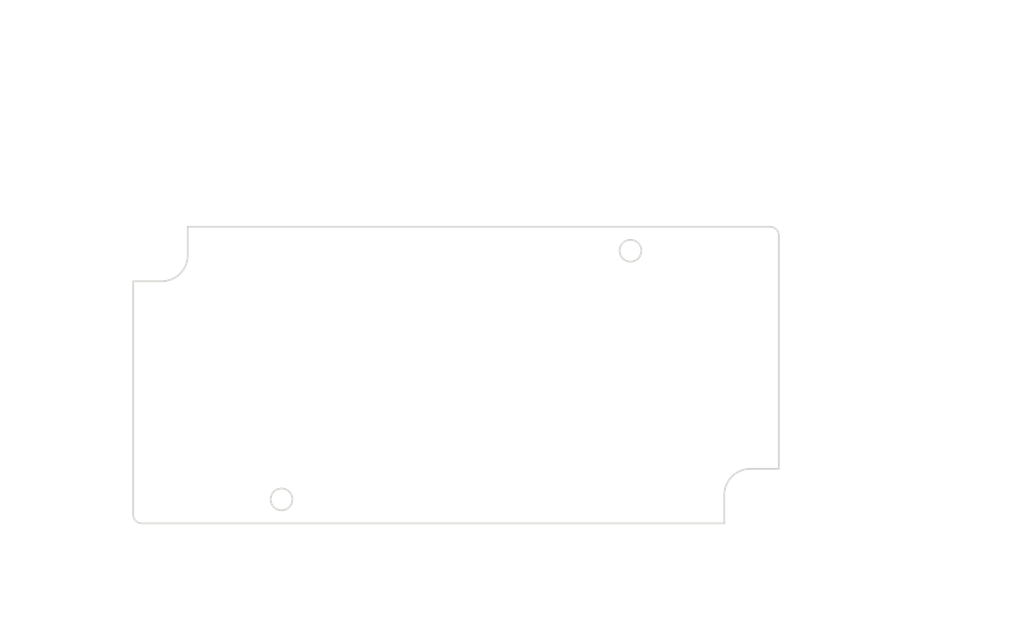
<source format=kicad_pcb>
(kicad_pcb (version 20221018) (generator pcbnew)

  (general
    (thickness 1.6)
  )

  (paper "A4")
  (layers
    (0 "F.Cu" signal)
    (31 "B.Cu" signal)
    (32 "B.Adhes" user "B.Adhesive")
    (33 "F.Adhes" user "F.Adhesive")
    (34 "B.Paste" user)
    (35 "F.Paste" user)
    (36 "B.SilkS" user "B.Silkscreen")
    (37 "F.SilkS" user "F.Silkscreen")
    (38 "B.Mask" user)
    (39 "F.Mask" user)
    (40 "Dwgs.User" user "User.Drawings")
    (41 "Cmts.User" user "User.Comments")
    (42 "Eco1.User" user "User.Eco1")
    (43 "Eco2.User" user "User.Eco2")
    (44 "Edge.Cuts" user)
    (45 "Margin" user)
    (46 "B.CrtYd" user "B.Courtyard")
    (47 "F.CrtYd" user "F.Courtyard")
    (48 "B.Fab" user)
    (49 "F.Fab" user)
  )

  (setup
    (pad_to_mask_clearance 0.051)
    (solder_mask_min_width 0.25)
    (pcbplotparams
      (layerselection 0x00010fc_ffffffff)
      (plot_on_all_layers_selection 0x0000000_00000000)
      (disableapertmacros false)
      (usegerberextensions false)
      (usegerberattributes false)
      (usegerberadvancedattributes false)
      (creategerberjobfile false)
      (dashed_line_dash_ratio 12.000000)
      (dashed_line_gap_ratio 3.000000)
      (svgprecision 4)
      (plotframeref false)
      (viasonmask false)
      (mode 1)
      (useauxorigin false)
      (hpglpennumber 1)
      (hpglpenspeed 20)
      (hpglpendiameter 15.000000)
      (dxfpolygonmode true)
      (dxfimperialunits true)
      (dxfusepcbnewfont true)
      (psnegative false)
      (psa4output false)
      (plotreference true)
      (plotvalue true)
      (plotinvisibletext false)
      (sketchpadsonfab false)
      (subtractmaskfromsilk false)
      (outputformat 1)
      (mirror false)
      (drillshape 1)
      (scaleselection 1)
      (outputdirectory "")
    )
  )

  (net 0 "")

  (gr_line (start 188.522629 93.198606) (end 188.522629 99.170939)
    (stroke (width 0.2) (type solid)) (layer "Dwgs.User") (tstamp 0e156bb3-1b76-4a19-93e8-b93d58bf76e2))
  (gr_line (start 92.822012 117.698606) (end 92.822012 106.506041)
    (stroke (width 0.2) (type solid)) (layer "Dwgs.User") (tstamp 13c71eb3-efa9-4ee0-83e5-a060c27eb36d))
  (gr_line (start 160.822012 90.198606) (end 160.822012 80.661986)
    (stroke (width 0.2) (type solid)) (layer "Dwgs.User") (tstamp 156c556e-1b7e-4a1c-976f-6a4a010651ff))
  (gr_line (start 201.918876 120.448606) (end 201.918876 109.873682)
    (stroke (width 0.2) (type solid)) (layer "Dwgs.User") (tstamp 17020560-aa0f-4d3f-9e9a-2c5a7d517902))
  (gr_line (start 177.822012 88.448606) (end 191.697629 88.448606)
    (stroke (width 0.2) (type solid)) (layer "Dwgs.User") (tstamp 1e1e508d-3fd4-4021-a052-8c8c8efed6aa))
  (gr_line (start 120.822012 120.698606) (end 120.822012 134.599566)
    (stroke (width 0.2) (type solid)) (layer "Dwgs.User") (tstamp 23293bee-5b34-4326-b4fc-dad1560c306d))
  (gr_line (start 177.822012 88.448606) (end 177.822012 62.557379)
    (stroke (width 0.2) (type solid)) (layer "Dwgs.User") (tstamp 24f58d98-70ea-4f4d-a446-94607e740c38))
  (gr_line (start 201.918876 90.448606) (end 201.918876 102.757651)
    (stroke (width 0.2) (type solid)) (layer "Dwgs.User") (tstamp 2a909a2d-1d2d-4825-afa2-cc0925132c53))
  (gr_line (start 172.572012 122.448606) (end 205.093876 122.448606)
    (stroke (width 0.2) (type solid)) (layer "Dwgs.User") (tstamp 2ec6f724-3702-400e-9e6b-a036f2656bb5))
  (gr_line (start 177.822012 88.448606) (end 177.822012 69.273606)
    (stroke (width 0.2) (type solid)) (layer "Dwgs.User") (tstamp 3518ff41-95ed-4e9b-8a10-061ce44a7f18))
  (gr_line (start 175.822012 72.448606) (end 133.2509 72.448606)
    (stroke (width 0.2) (type solid)) (layer "Dwgs.User") (tstamp 380c8f09-c2ab-4117-bc2c-4015e992f35b))
  (gr_line (start 188.522629 99.170939) (end 186.522629 99.170939)
    (stroke (width 0.2) (type solid)) (layer "Dwgs.User") (tstamp 38293221-2edb-499d-abc4-c5344b4b7d7a))
  (gr_line (start 177.822012 88.448606) (end 196.499546 88.448606)
    (stroke (width 0.2) (type solid)) (layer "Dwgs.User") (tstamp 3e273f60-1393-4c82-9ee2-2f0a5243af29))
  (gr_line (start 177.822012 88.448606) (end 177.822012 80.661986)
    (stroke (width 0.2) (type solid)) (layer "Dwgs.User") (tstamp 3ef172ea-693b-4e5f-bdfd-c6a22267415e))
  (gr_line (start 188.522629 86.448606) (end 188.522629 84.448606)
    (stroke (width 0.2) (type solid)) (layer "Dwgs.User") (tstamp 435c5896-92e5-4807-bb7e-4ea8991bad96))
  (gr_line (start 114.720396 95.833308) (end 112.720396 95.833308)
    (stroke (width 0.2) (type solid)) (layer "Dwgs.User") (tstamp 495c6fdf-877e-402c-a802-67e6c61ee43b))
  (gr_line (start 103.822012 93.698606) (end 103.822012 62.557379)
    (stroke (width 0.2) (type solid)) (layer "Dwgs.User") (tstamp 54adb8ae-15da-4a7e-a7e0-84e2d092a907))
  (gr_line (start 92.822012 93.198606) (end 92.822012 99.391171)
    (stroke (width 0.2) (type solid)) (layer "Dwgs.User") (tstamp 5e37e775-163f-4f49-a0cf-c8628f5717d3))
  (gr_line (start 158.822012 131.424566) (end 146.429231 131.424566)
    (stroke (width 0.2) (type solid)) (layer "Dwgs.User") (tstamp 5f0d962b-f287-4147-abf2-25cf204693c3))
  (gr_line (start 177.822012 88.448606) (end 205.093876 88.448606)
    (stroke (width 0.2) (type solid)) (layer "Dwgs.User") (tstamp 62edae82-19cf-4414-a2c7-dff620a76c4d))
  (gr_line (start 112.072012 72.448606) (end 125.143124 72.448606)
    (stroke (width 0.2) (type solid)) (layer "Dwgs.User") (tstamp 6e7cd2d9-9da5-4da0-8bb5-a07e22e9dd78))
  (gr_line (start 105.822012 65.732379) (end 151.527401 65.732379)
    (stroke (width 0.2) (type solid)) (layer "Dwgs.User") (tstamp 70b600bb-fb9f-44a2-87b9-657c4da5119c))
  (gr_line (start 112.720396 95.833308) (end 111.106572 94.651964)
    (stroke (width 0.2) (type solid)) (layer "Dwgs.User") (tstamp 81b600f4-1818-4542-b23b-6b3568ad14c9))
  (gr_line (start 160.822012 92.198606) (end 160.822012 134.599566)
    (stroke (width 0.2) (type solid)) (layer "Dwgs.User") (tstamp 8584b4ab-15fc-4e16-89bf-15fe311649af))
  (gr_line (start 193.324546 90.448606) (end 193.324546 96.266171)
    (stroke (width 0.2) (type solid)) (layer "Dwgs.User") (tstamp 8f0d924b-4fd1-42eb-a763-30e2ea037106))
  (gr_line (start 193.324546 114.198606) (end 193.324546 103.381041)
    (stroke (width 0.2) (type solid)) (layer "Dwgs.User") (tstamp 9b5089bb-feab-4bcf-8cd6-e087628a6b3c))
  (gr_line (start 97.525669 126.517473) (end 99.525669 126.517473)
    (stroke (width 0.2) (type solid)) (layer "Dwgs.User") (tstamp a4a3b8cd-c379-47eb-a340-830ee2af24cc))
  (gr_line (start 175.822012 83.836986) (end 173.366623 83.836986)
    (stroke (width 0.2) (type solid)) (layer "Dwgs.User") (tstamp b6e04b28-f3e3-4665-919f-32fbb975f7ec))
  (gr_line (start 110.072012 87.448606) (end 110.072012 69.273606)
    (stroke (width 0.2) (type solid)) (layer "Dwgs.User") (tstamp baeb1296-d1ed-42fb-b2df-42d153d46418))
  (gr_line (start 178.822012 116.198606) (end 196.499546 116.198606)
    (stroke (width 0.2) (type solid)) (layer "Dwgs.User") (tstamp c7dca59d-bff0-4d6c-9372-cda491bc4710))
  (gr_line (start 159.822012 91.198606) (end 89.647012 91.198606)
    (stroke (width 0.2) (type solid)) (layer "Dwgs.User") (tstamp d50be9fb-4af3-46e0-8764-e2be99809e4f))
  (gr_line (start 162.822012 83.836986) (end 165.277401 83.836986)
    (stroke (width 0.2) (type solid)) (layer "Dwgs.User") (tstamp d715e895-b4c8-4f2a-97bb-f8c3d427805d))
  (gr_line (start 122.822012 131.424566) (end 138.340009 131.424566)
    (stroke (width 0.2) (type solid)) (layer "Dwgs.User") (tstamp d7a1e03e-8446-4484-b0d5-9ef3fea75068))
  (gr_line (start 99.525669 126.517473) (end 102.654659 123.522872)
    (stroke (width 0.2) (type solid)) (layer "Dwgs.User") (tstamp e2cfebef-8171-416e-aabf-6d15a6aa2688))
  (gr_line (start 175.822012 65.732379) (end 159.616623 65.732379)
    (stroke (width 0.2) (type solid)) (layer "Dwgs.User") (tstamp e515ea82-236a-4bd9-a6ed-57505b6088e4))
  (gr_line (start 161.822012 91.198606) (end 191.697629 91.198606)
    (stroke (width 0.2) (type solid)) (layer "Dwgs.User") (tstamp e5f8d34c-a67d-4be6-8dc3-cc5110be59d3))
  (gr_line (start 119.822012 119.698606) (end 89.647012 119.698606)
    (stroke (width 0.2) (type solid)) (layer "Dwgs.User") (tstamp f8883a3d-4519-4354-b2fb-814938c37af0))
  (gr_line (start 110.072012 91.698606) (end 110.072012 88.448606)
    (stroke (width 0.2) (type solid)) (layer "Edge.Cuts") (tstamp 06373fe5-6957-49c9-9483-98c0ab78dbca))
  (gr_line (start 103.822012 121.448606) (end 103.822012 94.698606)
    (stroke (width 0.2) (type solid)) (layer "Edge.Cuts") (tstamp 1884c4d8-3005-4938-808e-65d015543627))
  (gr_line (start 110.072012 88.448606) (end 176.822012 88.448606)
    (stroke (width 0.2) (type solid)) (layer "Edge.Cuts") (tstamp 19874aa2-4ae8-4a87-a56d-d419a51f32b7))
  (gr_arc (start 104.822012 122.448606) (mid 104.114905 122.155713) (end 103.822012 121.448606)
    (stroke (width 0.2) (type solid)) (layer "Edge.Cuts") (tstamp 3e96fb72-a4aa-409b-8cd7-bbf9630b8522))
  (gr_line (start 171.572012 122.448606) (end 104.822012 122.448606)
    (stroke (width 0.2) (type solid)) (layer "Edge.Cuts") (tstamp 4d98b6ef-81be-4363-b089-6a928a6e0f81))
  (gr_circle (center 160.822012 91.198606) (end 162.072012 91.198606)
    (stroke (width 0.2) (type solid)) (fill none) (layer "Edge.Cuts") (tstamp 5732ece5-a13d-4e32-b778-26edb1eda583))
  (gr_arc (start 176.822012 88.448606) (mid 177.529119 88.741499) (end 177.822012 89.448606)
    (stroke (width 0.2) (type solid)) (layer "Edge.Cuts") (tstamp 6b51927c-21f8-4c59-b57e-d405a97edd3c))
  (gr_line (start 177.822012 116.198606) (end 174.572012 116.198606)
    (stroke (width 0.2) (type solid)) (layer "Edge.Cuts") (tstamp 75735a14-f6b8-4759-9a86-31a3a80c2e13))
  (gr_arc (start 171.572012 119.198606) (mid 172.450692 117.077286) (end 174.572012 116.198606)
    (stroke (width 0.2) (type solid)) (layer "Edge.Cuts") (tstamp 75a4931b-1fc4-446f-92c7-b24965177dc5))
  (gr_line (start 171.572012 119.198606) (end 171.572012 122.448606)
    (stroke (width 0.2) (type solid)) (layer "Edge.Cuts") (tstamp a863a61d-506f-4e93-ab22-b44c6a09ce5a))
  (gr_circle (center 120.822012 119.698606) (end 122.072012 119.698606)
    (stroke (width 0.2) (type solid)) (fill none) (layer "Edge.Cuts") (tstamp b1261ee0-153a-463a-ac04-86fceaae366c))
  (gr_line (start 103.822012 94.698606) (end 107.072012 94.698606)
    (stroke (width 0.2) (type solid)) (layer "Edge.Cuts") (tstamp ef92e1cf-85a4-4f81-9b87-f552d13dc760))
  (gr_line (start 177.822012 89.448606) (end 177.822012 116.198606)
    (stroke (width 0.2) (type solid)) (layer "Edge.Cuts") (tstamp fafe3c59-a158-4679-afb9-ffbf18e1906f))
  (gr_arc (start 110.072012 91.698606) (mid 109.193332 93.819926) (end 107.072012 94.698606)
    (stroke (width 0.2) (type solid)) (layer "Edge.Cuts") (tstamp fcb1f773-2883-4edd-a9ae-5f816a4d08e8))
  (gr_text "[2.67]" (at 129.197012 74.338067) (layer "Dwgs.User") (tstamp 147c71f1-90aa-407e-90f7-31a269b0a894)
    (effects (font (size 1.7 1.53) (thickness 0.2125)))
  )
  (gr_text " R1.00" (at 93.054898 124.849499) (layer "Dwgs.User") (tstamp 33370138-b193-46f3-82a7-bd660b4bed68)
    (effects (font (size 1.7 1.53) (thickness 0.2125)))
  )
  (gr_text " 27.75" (at 193.324546 98.155632) (layer "Dwgs.User") (tstamp 37b89798-2e12-4c01-8d1a-44210370abf6)
    (effects (font (size 1.7 1.53) (thickness 0.2125)))
  )
  (gr_text "[1.09]" (at 193.324546 101.713067) (layer "Dwgs.User") (tstamp 3b596813-4f65-4501-a4bd-3adef5159c77)
    (effects (font (size 1.7 1.53) (thickness 0.2125)))
  )
  (gr_text "[1.34]" (at 201.918876 108.205128) (layer "Dwgs.User") (tstamp 40fdfe99-4c72-4ecb-91d3-52101d371b13)
    (effects (font (size 1.7 1.53) (thickness 0.2125)))
  )
  (gr_text " 40.00" (at 142.38462 129.756592) (layer "Dwgs.User") (tstamp 4258135e-49b6-460a-9083-9853729bdade)
    (effects (font (size 1.7 1.53) (thickness 0.2125)))
  )
  (gr_text "[1.57]" (at 142.38462 133.314027) (layer "Dwgs.User") (tstamp 547ffb65-92e9-48ad-8e99-0793d663ce28)
    (effects (font (size 1.7 1.53) (thickness 0.2125)))
  )
  (gr_text " 17.00" (at 169.322012 82.169012) (layer "Dwgs.User") (tstamp 5cd88ac3-64b6-498a-adfa-b56bf3c3763f)
    (effects (font (size 1.7 1.53) (thickness 0.2125)))
  )
  (gr_text "[.67]" (at 169.322012 85.726448) (layer "Dwgs.User") (tstamp 71ff30d2-20fc-448f-9a7b-85ab2b5516e6)
    (effects (font (size 1.7 1.53) (thickness 0.2125)))
  )
  (gr_text "[R0.04]" (at 93.054898 128.406934) (layer "Dwgs.User") (tstamp 81514f78-1bc0-43cd-98ac-e7c21134290a)
    (effects (font (size 1.7 1.53) (thickness 0.2125)))
  )
  (gr_text " 67.75" (at 129.197012 70.780632) (layer "Dwgs.User") (tstamp 95f417d7-726a-4fc0-98d6-a051180d498e)
    (effects (font (size 1.7 1.53) (thickness 0.2125)))
  )
  (gr_text " 2.75" (at 183.129144 97.502964) (layer "Dwgs.User") (tstamp 98e91b1e-9d42-4761-815a-c0d001185310)
    (effects (font (size 1.7 1.53) (thickness 0.2125)))
  )
  (gr_text "[R0.12]" (at 119.191167 97.722769) (layer "Dwgs.User") (tstamp af30db6c-9ff9-4dd8-a59c-71fb0a24da46)
    (effects (font (size 1.7 1.53) (thickness 0.2125)))
  )
  (gr_text "[.11]" (at 183.129144 101.0604) (layer "Dwgs.User") (tstamp b4900ef4-ce7f-4a86-a34d-ab6143046cf1)
    (effects (font (size 1.7 1.53) (thickness 0.2125)))
  )
  (gr_text " R3.00" (at 119.191167 94.164754) (layer "Dwgs.User") (tstamp cabaeb7f-04cd-4b47-bbc5-548aaeb162a5)
    (effects (font (size 1.7 1.53) (thickness 0.2125)))
  )
  (gr_text "[2.91]" (at 155.572012 67.62184) (layer "Dwgs.User") (tstamp d712ada2-61c8-4ede-9c9c-2beb61f2ff39)
    (effects (font (size 1.7 1.53) (thickness 0.2125)))
  )
  (gr_text " 74.00" (at 155.572012 64.064405) (layer "Dwgs.User") (tstamp dd18d5b4-13ed-4fa9-9fc4-1922e92230d9)
    (effects (font (size 1.7 1.53) (thickness 0.2125)))
  )
  (gr_text " 34.00" (at 201.918876 104.647113) (layer "Dwgs.User") (tstamp f1318161-0375-4474-99ba-49b8e2bf5d9c)
    (effects (font (size 1.7 1.53) (thickness 0.2125)))
  )
  (gr_text "[1.12]" (at 92.822012 104.838067) (layer "Dwgs.User") (tstamp f2da3974-40f0-43a8-9e13-50ce72f38f35)
    (effects (font (size 1.7 1.53) (thickness 0.2125)))
  )
  (gr_text " 28.50" (at 92.822012 101.280632) (layer "Dwgs.User") (tstamp ffdd160b-364c-42ce-9034-9f507ead759a)
    (effects (font (size 1.7 1.53) (thickness 0.2125)))
  )

)

</source>
